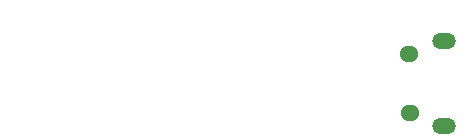
<source format=gbs>
G04 Layer_Color=16711935*
%FSLAX25Y25*%
%MOIN*%
G70*
G01*
G75*
%ADD128O,0.06306X0.05321*%
%ADD129O,0.07880X0.05223*%
%ADD130C,0.00598*%
D128*
X212586Y100716D02*
D03*
X212783Y81031D02*
D03*
D129*
X224198Y105046D02*
D03*
X224200Y76700D02*
D03*
D130*
X94287Y103313D02*
D03*
X89562D02*
D03*
X84838D02*
D03*
X80113D02*
D03*
X94287Y108038D02*
D03*
X89562D02*
D03*
X84838D02*
D03*
X80113D02*
D03*
X94287Y112762D02*
D03*
X89562D02*
D03*
X84838D02*
D03*
X80113D02*
D03*
X94287Y117487D02*
D03*
X89562D02*
D03*
X84838D02*
D03*
X80113D02*
D03*
M02*

</source>
